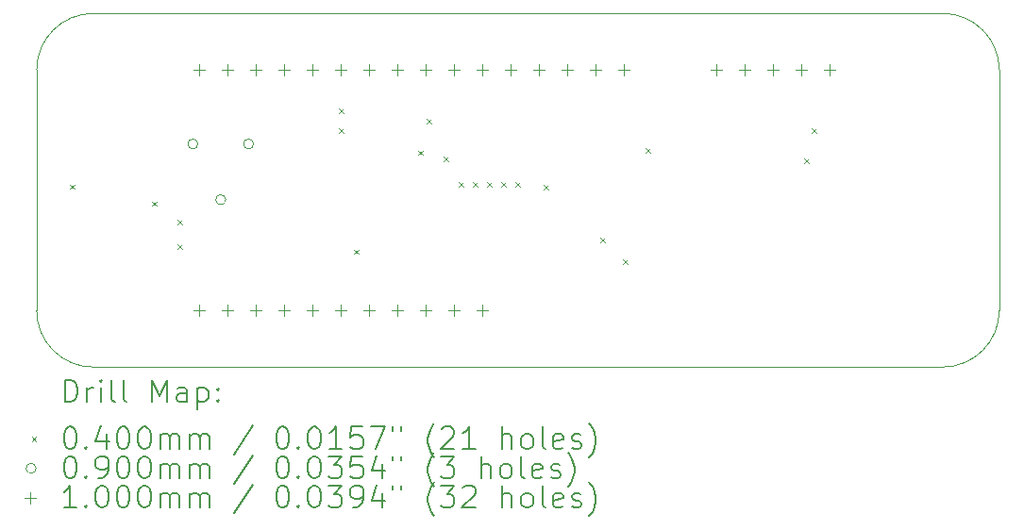
<source format=gbr>
%TF.GenerationSoftware,KiCad,Pcbnew,(6.0.7)*%
%TF.CreationDate,2022-09-26T21:03:58+02:00*%
%TF.ProjectId,LcdResolver,4c636452-6573-46f6-9c76-65722e6b6963,0*%
%TF.SameCoordinates,Original*%
%TF.FileFunction,Drillmap*%
%TF.FilePolarity,Positive*%
%FSLAX45Y45*%
G04 Gerber Fmt 4.5, Leading zero omitted, Abs format (unit mm)*
G04 Created by KiCad (PCBNEW (6.0.7)) date 2022-09-26 21:03:58*
%MOMM*%
%LPD*%
G01*
G04 APERTURE LIST*
%ADD10C,0.100000*%
%ADD11C,0.200000*%
%ADD12C,0.040000*%
%ADD13C,0.090000*%
G04 APERTURE END LIST*
D10*
X18262600Y-8488800D02*
G75*
G03*
X17754600Y-7980800I-508000J0D01*
G01*
X10134600Y-11155800D02*
X17754600Y-11155800D01*
X9626600Y-10647800D02*
G75*
G03*
X10134600Y-11155800I508000J0D01*
G01*
X18262600Y-8488800D02*
X18262600Y-10647800D01*
X10134600Y-7980800D02*
G75*
G03*
X9626600Y-8488800I0J-508000D01*
G01*
X10134600Y-7980800D02*
X17754600Y-7980800D01*
X17754600Y-11155800D02*
G75*
G03*
X18262600Y-10647800I0J508000D01*
G01*
X9626600Y-8488800D02*
X9626600Y-10647800D01*
D11*
D12*
X9924100Y-9517700D02*
X9964100Y-9557700D01*
X9964100Y-9517700D02*
X9924100Y-9557700D01*
X10660700Y-9670100D02*
X10700700Y-9710100D01*
X10700700Y-9670100D02*
X10660700Y-9710100D01*
X10889300Y-9835200D02*
X10929300Y-9875200D01*
X10929300Y-9835200D02*
X10889300Y-9875200D01*
X10889300Y-10052350D02*
X10929300Y-10092350D01*
X10929300Y-10052350D02*
X10889300Y-10092350D01*
X12337100Y-8837100D02*
X12377100Y-8877100D01*
X12377100Y-8837100D02*
X12337100Y-8877100D01*
X12337100Y-9014900D02*
X12377100Y-9054900D01*
X12377100Y-9014900D02*
X12337100Y-9054900D01*
X12476800Y-10101900D02*
X12516800Y-10141900D01*
X12516800Y-10101900D02*
X12476800Y-10141900D01*
X13048300Y-9212900D02*
X13088300Y-9252900D01*
X13088300Y-9212900D02*
X13048300Y-9252900D01*
X13124500Y-8926000D02*
X13164500Y-8966000D01*
X13164500Y-8926000D02*
X13124500Y-8966000D01*
X13276900Y-9268900D02*
X13316900Y-9308900D01*
X13316900Y-9268900D02*
X13276900Y-9308900D01*
X13416600Y-9497500D02*
X13456600Y-9537500D01*
X13456600Y-9497500D02*
X13416600Y-9537500D01*
X13543600Y-9497500D02*
X13583600Y-9537500D01*
X13583600Y-9497500D02*
X13543600Y-9537500D01*
X13670600Y-9497500D02*
X13710600Y-9537500D01*
X13710600Y-9497500D02*
X13670600Y-9537500D01*
X13797600Y-9497500D02*
X13837600Y-9537500D01*
X13837600Y-9497500D02*
X13797600Y-9537500D01*
X13924600Y-9497500D02*
X13964600Y-9537500D01*
X13964600Y-9497500D02*
X13924600Y-9537500D01*
X14178600Y-9522900D02*
X14218600Y-9562900D01*
X14218600Y-9522900D02*
X14178600Y-9562900D01*
X14686600Y-9992800D02*
X14726600Y-10032800D01*
X14726600Y-9992800D02*
X14686600Y-10032800D01*
X14885648Y-10191848D02*
X14925648Y-10231848D01*
X14925648Y-10191848D02*
X14885648Y-10231848D01*
X15093000Y-9192700D02*
X15133000Y-9232700D01*
X15133000Y-9192700D02*
X15093000Y-9232700D01*
X16515400Y-9281600D02*
X16555400Y-9321600D01*
X16555400Y-9281600D02*
X16515400Y-9321600D01*
X16578900Y-9014900D02*
X16618900Y-9054900D01*
X16618900Y-9014900D02*
X16578900Y-9054900D01*
D13*
X11072600Y-9153200D02*
G75*
G03*
X11072600Y-9153200I-45000J0D01*
G01*
X11322600Y-9653200D02*
G75*
G03*
X11322600Y-9653200I-45000J0D01*
G01*
X11572600Y-9153200D02*
G75*
G03*
X11572600Y-9153200I-45000J0D01*
G01*
D10*
X11087100Y-8438800D02*
X11087100Y-8538800D01*
X11037100Y-8488800D02*
X11137100Y-8488800D01*
X11087100Y-10597800D02*
X11087100Y-10697800D01*
X11037100Y-10647800D02*
X11137100Y-10647800D01*
X11341100Y-8438800D02*
X11341100Y-8538800D01*
X11291100Y-8488800D02*
X11391100Y-8488800D01*
X11341100Y-10597800D02*
X11341100Y-10697800D01*
X11291100Y-10647800D02*
X11391100Y-10647800D01*
X11595100Y-8438800D02*
X11595100Y-8538800D01*
X11545100Y-8488800D02*
X11645100Y-8488800D01*
X11595100Y-10597800D02*
X11595100Y-10697800D01*
X11545100Y-10647800D02*
X11645100Y-10647800D01*
X11849100Y-8438800D02*
X11849100Y-8538800D01*
X11799100Y-8488800D02*
X11899100Y-8488800D01*
X11849100Y-10597800D02*
X11849100Y-10697800D01*
X11799100Y-10647800D02*
X11899100Y-10647800D01*
X12103100Y-8438800D02*
X12103100Y-8538800D01*
X12053100Y-8488800D02*
X12153100Y-8488800D01*
X12103100Y-10597800D02*
X12103100Y-10697800D01*
X12053100Y-10647800D02*
X12153100Y-10647800D01*
X12357100Y-8438800D02*
X12357100Y-8538800D01*
X12307100Y-8488800D02*
X12407100Y-8488800D01*
X12357100Y-10597800D02*
X12357100Y-10697800D01*
X12307100Y-10647800D02*
X12407100Y-10647800D01*
X12611100Y-8438800D02*
X12611100Y-8538800D01*
X12561100Y-8488800D02*
X12661100Y-8488800D01*
X12611100Y-10597800D02*
X12611100Y-10697800D01*
X12561100Y-10647800D02*
X12661100Y-10647800D01*
X12865100Y-8438800D02*
X12865100Y-8538800D01*
X12815100Y-8488800D02*
X12915100Y-8488800D01*
X12865100Y-10597800D02*
X12865100Y-10697800D01*
X12815100Y-10647800D02*
X12915100Y-10647800D01*
X13119100Y-8438800D02*
X13119100Y-8538800D01*
X13069100Y-8488800D02*
X13169100Y-8488800D01*
X13119100Y-10597800D02*
X13119100Y-10697800D01*
X13069100Y-10647800D02*
X13169100Y-10647800D01*
X13373100Y-8438800D02*
X13373100Y-8538800D01*
X13323100Y-8488800D02*
X13423100Y-8488800D01*
X13373100Y-10597800D02*
X13373100Y-10697800D01*
X13323100Y-10647800D02*
X13423100Y-10647800D01*
X13627100Y-8438800D02*
X13627100Y-8538800D01*
X13577100Y-8488800D02*
X13677100Y-8488800D01*
X13627100Y-10597800D02*
X13627100Y-10697800D01*
X13577100Y-10647800D02*
X13677100Y-10647800D01*
X13881100Y-8438800D02*
X13881100Y-8538800D01*
X13831100Y-8488800D02*
X13931100Y-8488800D01*
X14135100Y-8438800D02*
X14135100Y-8538800D01*
X14085100Y-8488800D02*
X14185100Y-8488800D01*
X14389100Y-8438800D02*
X14389100Y-8538800D01*
X14339100Y-8488800D02*
X14439100Y-8488800D01*
X14643100Y-8438800D02*
X14643100Y-8538800D01*
X14593100Y-8488800D02*
X14693100Y-8488800D01*
X14897100Y-8438800D02*
X14897100Y-8538800D01*
X14847100Y-8488800D02*
X14947100Y-8488800D01*
X15722600Y-8438800D02*
X15722600Y-8538800D01*
X15672600Y-8488800D02*
X15772600Y-8488800D01*
X15976600Y-8438800D02*
X15976600Y-8538800D01*
X15926600Y-8488800D02*
X16026600Y-8488800D01*
X16230600Y-8438800D02*
X16230600Y-8538800D01*
X16180600Y-8488800D02*
X16280600Y-8488800D01*
X16484600Y-8438800D02*
X16484600Y-8538800D01*
X16434600Y-8488800D02*
X16534600Y-8488800D01*
X16738600Y-8438800D02*
X16738600Y-8538800D01*
X16688600Y-8488800D02*
X16788600Y-8488800D01*
D11*
X9879219Y-11471276D02*
X9879219Y-11271276D01*
X9926838Y-11271276D01*
X9955410Y-11280800D01*
X9974457Y-11299848D01*
X9983981Y-11318895D01*
X9993505Y-11356990D01*
X9993505Y-11385562D01*
X9983981Y-11423657D01*
X9974457Y-11442705D01*
X9955410Y-11461752D01*
X9926838Y-11471276D01*
X9879219Y-11471276D01*
X10079219Y-11471276D02*
X10079219Y-11337943D01*
X10079219Y-11376038D02*
X10088743Y-11356990D01*
X10098267Y-11347467D01*
X10117314Y-11337943D01*
X10136362Y-11337943D01*
X10203029Y-11471276D02*
X10203029Y-11337943D01*
X10203029Y-11271276D02*
X10193505Y-11280800D01*
X10203029Y-11290324D01*
X10212552Y-11280800D01*
X10203029Y-11271276D01*
X10203029Y-11290324D01*
X10326838Y-11471276D02*
X10307790Y-11461752D01*
X10298267Y-11442705D01*
X10298267Y-11271276D01*
X10431600Y-11471276D02*
X10412552Y-11461752D01*
X10403029Y-11442705D01*
X10403029Y-11271276D01*
X10660171Y-11471276D02*
X10660171Y-11271276D01*
X10726838Y-11414133D01*
X10793505Y-11271276D01*
X10793505Y-11471276D01*
X10974457Y-11471276D02*
X10974457Y-11366514D01*
X10964933Y-11347467D01*
X10945886Y-11337943D01*
X10907790Y-11337943D01*
X10888743Y-11347467D01*
X10974457Y-11461752D02*
X10955410Y-11471276D01*
X10907790Y-11471276D01*
X10888743Y-11461752D01*
X10879219Y-11442705D01*
X10879219Y-11423657D01*
X10888743Y-11404609D01*
X10907790Y-11395086D01*
X10955410Y-11395086D01*
X10974457Y-11385562D01*
X11069695Y-11337943D02*
X11069695Y-11537943D01*
X11069695Y-11347467D02*
X11088743Y-11337943D01*
X11126838Y-11337943D01*
X11145886Y-11347467D01*
X11155410Y-11356990D01*
X11164933Y-11376038D01*
X11164933Y-11433181D01*
X11155410Y-11452228D01*
X11145886Y-11461752D01*
X11126838Y-11471276D01*
X11088743Y-11471276D01*
X11069695Y-11461752D01*
X11250648Y-11452228D02*
X11260171Y-11461752D01*
X11250648Y-11471276D01*
X11241124Y-11461752D01*
X11250648Y-11452228D01*
X11250648Y-11471276D01*
X11250648Y-11347467D02*
X11260171Y-11356990D01*
X11250648Y-11366514D01*
X11241124Y-11356990D01*
X11250648Y-11347467D01*
X11250648Y-11366514D01*
D12*
X9581600Y-11780800D02*
X9621600Y-11820800D01*
X9621600Y-11780800D02*
X9581600Y-11820800D01*
D11*
X9917314Y-11691276D02*
X9936362Y-11691276D01*
X9955410Y-11700800D01*
X9964933Y-11710324D01*
X9974457Y-11729371D01*
X9983981Y-11767467D01*
X9983981Y-11815086D01*
X9974457Y-11853181D01*
X9964933Y-11872228D01*
X9955410Y-11881752D01*
X9936362Y-11891276D01*
X9917314Y-11891276D01*
X9898267Y-11881752D01*
X9888743Y-11872228D01*
X9879219Y-11853181D01*
X9869695Y-11815086D01*
X9869695Y-11767467D01*
X9879219Y-11729371D01*
X9888743Y-11710324D01*
X9898267Y-11700800D01*
X9917314Y-11691276D01*
X10069695Y-11872228D02*
X10079219Y-11881752D01*
X10069695Y-11891276D01*
X10060171Y-11881752D01*
X10069695Y-11872228D01*
X10069695Y-11891276D01*
X10250648Y-11757943D02*
X10250648Y-11891276D01*
X10203029Y-11681752D02*
X10155410Y-11824609D01*
X10279219Y-11824609D01*
X10393505Y-11691276D02*
X10412552Y-11691276D01*
X10431600Y-11700800D01*
X10441124Y-11710324D01*
X10450648Y-11729371D01*
X10460171Y-11767467D01*
X10460171Y-11815086D01*
X10450648Y-11853181D01*
X10441124Y-11872228D01*
X10431600Y-11881752D01*
X10412552Y-11891276D01*
X10393505Y-11891276D01*
X10374457Y-11881752D01*
X10364933Y-11872228D01*
X10355410Y-11853181D01*
X10345886Y-11815086D01*
X10345886Y-11767467D01*
X10355410Y-11729371D01*
X10364933Y-11710324D01*
X10374457Y-11700800D01*
X10393505Y-11691276D01*
X10583981Y-11691276D02*
X10603029Y-11691276D01*
X10622076Y-11700800D01*
X10631600Y-11710324D01*
X10641124Y-11729371D01*
X10650648Y-11767467D01*
X10650648Y-11815086D01*
X10641124Y-11853181D01*
X10631600Y-11872228D01*
X10622076Y-11881752D01*
X10603029Y-11891276D01*
X10583981Y-11891276D01*
X10564933Y-11881752D01*
X10555410Y-11872228D01*
X10545886Y-11853181D01*
X10536362Y-11815086D01*
X10536362Y-11767467D01*
X10545886Y-11729371D01*
X10555410Y-11710324D01*
X10564933Y-11700800D01*
X10583981Y-11691276D01*
X10736362Y-11891276D02*
X10736362Y-11757943D01*
X10736362Y-11776990D02*
X10745886Y-11767467D01*
X10764933Y-11757943D01*
X10793505Y-11757943D01*
X10812552Y-11767467D01*
X10822076Y-11786514D01*
X10822076Y-11891276D01*
X10822076Y-11786514D02*
X10831600Y-11767467D01*
X10850648Y-11757943D01*
X10879219Y-11757943D01*
X10898267Y-11767467D01*
X10907790Y-11786514D01*
X10907790Y-11891276D01*
X11003029Y-11891276D02*
X11003029Y-11757943D01*
X11003029Y-11776990D02*
X11012552Y-11767467D01*
X11031600Y-11757943D01*
X11060171Y-11757943D01*
X11079219Y-11767467D01*
X11088743Y-11786514D01*
X11088743Y-11891276D01*
X11088743Y-11786514D02*
X11098267Y-11767467D01*
X11117314Y-11757943D01*
X11145886Y-11757943D01*
X11164933Y-11767467D01*
X11174457Y-11786514D01*
X11174457Y-11891276D01*
X11564933Y-11681752D02*
X11393505Y-11938895D01*
X11822076Y-11691276D02*
X11841124Y-11691276D01*
X11860171Y-11700800D01*
X11869695Y-11710324D01*
X11879219Y-11729371D01*
X11888743Y-11767467D01*
X11888743Y-11815086D01*
X11879219Y-11853181D01*
X11869695Y-11872228D01*
X11860171Y-11881752D01*
X11841124Y-11891276D01*
X11822076Y-11891276D01*
X11803028Y-11881752D01*
X11793505Y-11872228D01*
X11783981Y-11853181D01*
X11774457Y-11815086D01*
X11774457Y-11767467D01*
X11783981Y-11729371D01*
X11793505Y-11710324D01*
X11803028Y-11700800D01*
X11822076Y-11691276D01*
X11974457Y-11872228D02*
X11983981Y-11881752D01*
X11974457Y-11891276D01*
X11964933Y-11881752D01*
X11974457Y-11872228D01*
X11974457Y-11891276D01*
X12107790Y-11691276D02*
X12126838Y-11691276D01*
X12145886Y-11700800D01*
X12155409Y-11710324D01*
X12164933Y-11729371D01*
X12174457Y-11767467D01*
X12174457Y-11815086D01*
X12164933Y-11853181D01*
X12155409Y-11872228D01*
X12145886Y-11881752D01*
X12126838Y-11891276D01*
X12107790Y-11891276D01*
X12088743Y-11881752D01*
X12079219Y-11872228D01*
X12069695Y-11853181D01*
X12060171Y-11815086D01*
X12060171Y-11767467D01*
X12069695Y-11729371D01*
X12079219Y-11710324D01*
X12088743Y-11700800D01*
X12107790Y-11691276D01*
X12364933Y-11891276D02*
X12250648Y-11891276D01*
X12307790Y-11891276D02*
X12307790Y-11691276D01*
X12288743Y-11719848D01*
X12269695Y-11738895D01*
X12250648Y-11748419D01*
X12545886Y-11691276D02*
X12450648Y-11691276D01*
X12441124Y-11786514D01*
X12450648Y-11776990D01*
X12469695Y-11767467D01*
X12517314Y-11767467D01*
X12536362Y-11776990D01*
X12545886Y-11786514D01*
X12555409Y-11805562D01*
X12555409Y-11853181D01*
X12545886Y-11872228D01*
X12536362Y-11881752D01*
X12517314Y-11891276D01*
X12469695Y-11891276D01*
X12450648Y-11881752D01*
X12441124Y-11872228D01*
X12622076Y-11691276D02*
X12755409Y-11691276D01*
X12669695Y-11891276D01*
X12822076Y-11691276D02*
X12822076Y-11729371D01*
X12898267Y-11691276D02*
X12898267Y-11729371D01*
X13193505Y-11967467D02*
X13183981Y-11957943D01*
X13164933Y-11929371D01*
X13155409Y-11910324D01*
X13145886Y-11881752D01*
X13136362Y-11834133D01*
X13136362Y-11796038D01*
X13145886Y-11748419D01*
X13155409Y-11719848D01*
X13164933Y-11700800D01*
X13183981Y-11672228D01*
X13193505Y-11662705D01*
X13260171Y-11710324D02*
X13269695Y-11700800D01*
X13288743Y-11691276D01*
X13336362Y-11691276D01*
X13355409Y-11700800D01*
X13364933Y-11710324D01*
X13374457Y-11729371D01*
X13374457Y-11748419D01*
X13364933Y-11776990D01*
X13250648Y-11891276D01*
X13374457Y-11891276D01*
X13564933Y-11891276D02*
X13450648Y-11891276D01*
X13507790Y-11891276D02*
X13507790Y-11691276D01*
X13488743Y-11719848D01*
X13469695Y-11738895D01*
X13450648Y-11748419D01*
X13803028Y-11891276D02*
X13803028Y-11691276D01*
X13888743Y-11891276D02*
X13888743Y-11786514D01*
X13879219Y-11767467D01*
X13860171Y-11757943D01*
X13831600Y-11757943D01*
X13812552Y-11767467D01*
X13803028Y-11776990D01*
X14012552Y-11891276D02*
X13993505Y-11881752D01*
X13983981Y-11872228D01*
X13974457Y-11853181D01*
X13974457Y-11796038D01*
X13983981Y-11776990D01*
X13993505Y-11767467D01*
X14012552Y-11757943D01*
X14041124Y-11757943D01*
X14060171Y-11767467D01*
X14069695Y-11776990D01*
X14079219Y-11796038D01*
X14079219Y-11853181D01*
X14069695Y-11872228D01*
X14060171Y-11881752D01*
X14041124Y-11891276D01*
X14012552Y-11891276D01*
X14193505Y-11891276D02*
X14174457Y-11881752D01*
X14164933Y-11862705D01*
X14164933Y-11691276D01*
X14345886Y-11881752D02*
X14326838Y-11891276D01*
X14288743Y-11891276D01*
X14269695Y-11881752D01*
X14260171Y-11862705D01*
X14260171Y-11786514D01*
X14269695Y-11767467D01*
X14288743Y-11757943D01*
X14326838Y-11757943D01*
X14345886Y-11767467D01*
X14355409Y-11786514D01*
X14355409Y-11805562D01*
X14260171Y-11824609D01*
X14431600Y-11881752D02*
X14450648Y-11891276D01*
X14488743Y-11891276D01*
X14507790Y-11881752D01*
X14517314Y-11862705D01*
X14517314Y-11853181D01*
X14507790Y-11834133D01*
X14488743Y-11824609D01*
X14460171Y-11824609D01*
X14441124Y-11815086D01*
X14431600Y-11796038D01*
X14431600Y-11786514D01*
X14441124Y-11767467D01*
X14460171Y-11757943D01*
X14488743Y-11757943D01*
X14507790Y-11767467D01*
X14583981Y-11967467D02*
X14593505Y-11957943D01*
X14612552Y-11929371D01*
X14622076Y-11910324D01*
X14631600Y-11881752D01*
X14641124Y-11834133D01*
X14641124Y-11796038D01*
X14631600Y-11748419D01*
X14622076Y-11719848D01*
X14612552Y-11700800D01*
X14593505Y-11672228D01*
X14583981Y-11662705D01*
D13*
X9621600Y-12064800D02*
G75*
G03*
X9621600Y-12064800I-45000J0D01*
G01*
D11*
X9917314Y-11955276D02*
X9936362Y-11955276D01*
X9955410Y-11964800D01*
X9964933Y-11974324D01*
X9974457Y-11993371D01*
X9983981Y-12031467D01*
X9983981Y-12079086D01*
X9974457Y-12117181D01*
X9964933Y-12136228D01*
X9955410Y-12145752D01*
X9936362Y-12155276D01*
X9917314Y-12155276D01*
X9898267Y-12145752D01*
X9888743Y-12136228D01*
X9879219Y-12117181D01*
X9869695Y-12079086D01*
X9869695Y-12031467D01*
X9879219Y-11993371D01*
X9888743Y-11974324D01*
X9898267Y-11964800D01*
X9917314Y-11955276D01*
X10069695Y-12136228D02*
X10079219Y-12145752D01*
X10069695Y-12155276D01*
X10060171Y-12145752D01*
X10069695Y-12136228D01*
X10069695Y-12155276D01*
X10174457Y-12155276D02*
X10212552Y-12155276D01*
X10231600Y-12145752D01*
X10241124Y-12136228D01*
X10260171Y-12107657D01*
X10269695Y-12069562D01*
X10269695Y-11993371D01*
X10260171Y-11974324D01*
X10250648Y-11964800D01*
X10231600Y-11955276D01*
X10193505Y-11955276D01*
X10174457Y-11964800D01*
X10164933Y-11974324D01*
X10155410Y-11993371D01*
X10155410Y-12040990D01*
X10164933Y-12060038D01*
X10174457Y-12069562D01*
X10193505Y-12079086D01*
X10231600Y-12079086D01*
X10250648Y-12069562D01*
X10260171Y-12060038D01*
X10269695Y-12040990D01*
X10393505Y-11955276D02*
X10412552Y-11955276D01*
X10431600Y-11964800D01*
X10441124Y-11974324D01*
X10450648Y-11993371D01*
X10460171Y-12031467D01*
X10460171Y-12079086D01*
X10450648Y-12117181D01*
X10441124Y-12136228D01*
X10431600Y-12145752D01*
X10412552Y-12155276D01*
X10393505Y-12155276D01*
X10374457Y-12145752D01*
X10364933Y-12136228D01*
X10355410Y-12117181D01*
X10345886Y-12079086D01*
X10345886Y-12031467D01*
X10355410Y-11993371D01*
X10364933Y-11974324D01*
X10374457Y-11964800D01*
X10393505Y-11955276D01*
X10583981Y-11955276D02*
X10603029Y-11955276D01*
X10622076Y-11964800D01*
X10631600Y-11974324D01*
X10641124Y-11993371D01*
X10650648Y-12031467D01*
X10650648Y-12079086D01*
X10641124Y-12117181D01*
X10631600Y-12136228D01*
X10622076Y-12145752D01*
X10603029Y-12155276D01*
X10583981Y-12155276D01*
X10564933Y-12145752D01*
X10555410Y-12136228D01*
X10545886Y-12117181D01*
X10536362Y-12079086D01*
X10536362Y-12031467D01*
X10545886Y-11993371D01*
X10555410Y-11974324D01*
X10564933Y-11964800D01*
X10583981Y-11955276D01*
X10736362Y-12155276D02*
X10736362Y-12021943D01*
X10736362Y-12040990D02*
X10745886Y-12031467D01*
X10764933Y-12021943D01*
X10793505Y-12021943D01*
X10812552Y-12031467D01*
X10822076Y-12050514D01*
X10822076Y-12155276D01*
X10822076Y-12050514D02*
X10831600Y-12031467D01*
X10850648Y-12021943D01*
X10879219Y-12021943D01*
X10898267Y-12031467D01*
X10907790Y-12050514D01*
X10907790Y-12155276D01*
X11003029Y-12155276D02*
X11003029Y-12021943D01*
X11003029Y-12040990D02*
X11012552Y-12031467D01*
X11031600Y-12021943D01*
X11060171Y-12021943D01*
X11079219Y-12031467D01*
X11088743Y-12050514D01*
X11088743Y-12155276D01*
X11088743Y-12050514D02*
X11098267Y-12031467D01*
X11117314Y-12021943D01*
X11145886Y-12021943D01*
X11164933Y-12031467D01*
X11174457Y-12050514D01*
X11174457Y-12155276D01*
X11564933Y-11945752D02*
X11393505Y-12202895D01*
X11822076Y-11955276D02*
X11841124Y-11955276D01*
X11860171Y-11964800D01*
X11869695Y-11974324D01*
X11879219Y-11993371D01*
X11888743Y-12031467D01*
X11888743Y-12079086D01*
X11879219Y-12117181D01*
X11869695Y-12136228D01*
X11860171Y-12145752D01*
X11841124Y-12155276D01*
X11822076Y-12155276D01*
X11803028Y-12145752D01*
X11793505Y-12136228D01*
X11783981Y-12117181D01*
X11774457Y-12079086D01*
X11774457Y-12031467D01*
X11783981Y-11993371D01*
X11793505Y-11974324D01*
X11803028Y-11964800D01*
X11822076Y-11955276D01*
X11974457Y-12136228D02*
X11983981Y-12145752D01*
X11974457Y-12155276D01*
X11964933Y-12145752D01*
X11974457Y-12136228D01*
X11974457Y-12155276D01*
X12107790Y-11955276D02*
X12126838Y-11955276D01*
X12145886Y-11964800D01*
X12155409Y-11974324D01*
X12164933Y-11993371D01*
X12174457Y-12031467D01*
X12174457Y-12079086D01*
X12164933Y-12117181D01*
X12155409Y-12136228D01*
X12145886Y-12145752D01*
X12126838Y-12155276D01*
X12107790Y-12155276D01*
X12088743Y-12145752D01*
X12079219Y-12136228D01*
X12069695Y-12117181D01*
X12060171Y-12079086D01*
X12060171Y-12031467D01*
X12069695Y-11993371D01*
X12079219Y-11974324D01*
X12088743Y-11964800D01*
X12107790Y-11955276D01*
X12241124Y-11955276D02*
X12364933Y-11955276D01*
X12298267Y-12031467D01*
X12326838Y-12031467D01*
X12345886Y-12040990D01*
X12355409Y-12050514D01*
X12364933Y-12069562D01*
X12364933Y-12117181D01*
X12355409Y-12136228D01*
X12345886Y-12145752D01*
X12326838Y-12155276D01*
X12269695Y-12155276D01*
X12250648Y-12145752D01*
X12241124Y-12136228D01*
X12545886Y-11955276D02*
X12450648Y-11955276D01*
X12441124Y-12050514D01*
X12450648Y-12040990D01*
X12469695Y-12031467D01*
X12517314Y-12031467D01*
X12536362Y-12040990D01*
X12545886Y-12050514D01*
X12555409Y-12069562D01*
X12555409Y-12117181D01*
X12545886Y-12136228D01*
X12536362Y-12145752D01*
X12517314Y-12155276D01*
X12469695Y-12155276D01*
X12450648Y-12145752D01*
X12441124Y-12136228D01*
X12726838Y-12021943D02*
X12726838Y-12155276D01*
X12679219Y-11945752D02*
X12631600Y-12088609D01*
X12755409Y-12088609D01*
X12822076Y-11955276D02*
X12822076Y-11993371D01*
X12898267Y-11955276D02*
X12898267Y-11993371D01*
X13193505Y-12231467D02*
X13183981Y-12221943D01*
X13164933Y-12193371D01*
X13155409Y-12174324D01*
X13145886Y-12145752D01*
X13136362Y-12098133D01*
X13136362Y-12060038D01*
X13145886Y-12012419D01*
X13155409Y-11983848D01*
X13164933Y-11964800D01*
X13183981Y-11936228D01*
X13193505Y-11926705D01*
X13250648Y-11955276D02*
X13374457Y-11955276D01*
X13307790Y-12031467D01*
X13336362Y-12031467D01*
X13355409Y-12040990D01*
X13364933Y-12050514D01*
X13374457Y-12069562D01*
X13374457Y-12117181D01*
X13364933Y-12136228D01*
X13355409Y-12145752D01*
X13336362Y-12155276D01*
X13279219Y-12155276D01*
X13260171Y-12145752D01*
X13250648Y-12136228D01*
X13612552Y-12155276D02*
X13612552Y-11955276D01*
X13698267Y-12155276D02*
X13698267Y-12050514D01*
X13688743Y-12031467D01*
X13669695Y-12021943D01*
X13641124Y-12021943D01*
X13622076Y-12031467D01*
X13612552Y-12040990D01*
X13822076Y-12155276D02*
X13803028Y-12145752D01*
X13793505Y-12136228D01*
X13783981Y-12117181D01*
X13783981Y-12060038D01*
X13793505Y-12040990D01*
X13803028Y-12031467D01*
X13822076Y-12021943D01*
X13850648Y-12021943D01*
X13869695Y-12031467D01*
X13879219Y-12040990D01*
X13888743Y-12060038D01*
X13888743Y-12117181D01*
X13879219Y-12136228D01*
X13869695Y-12145752D01*
X13850648Y-12155276D01*
X13822076Y-12155276D01*
X14003028Y-12155276D02*
X13983981Y-12145752D01*
X13974457Y-12126705D01*
X13974457Y-11955276D01*
X14155409Y-12145752D02*
X14136362Y-12155276D01*
X14098267Y-12155276D01*
X14079219Y-12145752D01*
X14069695Y-12126705D01*
X14069695Y-12050514D01*
X14079219Y-12031467D01*
X14098267Y-12021943D01*
X14136362Y-12021943D01*
X14155409Y-12031467D01*
X14164933Y-12050514D01*
X14164933Y-12069562D01*
X14069695Y-12088609D01*
X14241124Y-12145752D02*
X14260171Y-12155276D01*
X14298267Y-12155276D01*
X14317314Y-12145752D01*
X14326838Y-12126705D01*
X14326838Y-12117181D01*
X14317314Y-12098133D01*
X14298267Y-12088609D01*
X14269695Y-12088609D01*
X14250648Y-12079086D01*
X14241124Y-12060038D01*
X14241124Y-12050514D01*
X14250648Y-12031467D01*
X14269695Y-12021943D01*
X14298267Y-12021943D01*
X14317314Y-12031467D01*
X14393505Y-12231467D02*
X14403028Y-12221943D01*
X14422076Y-12193371D01*
X14431600Y-12174324D01*
X14441124Y-12145752D01*
X14450648Y-12098133D01*
X14450648Y-12060038D01*
X14441124Y-12012419D01*
X14431600Y-11983848D01*
X14422076Y-11964800D01*
X14403028Y-11936228D01*
X14393505Y-11926705D01*
D10*
X9571600Y-12278800D02*
X9571600Y-12378800D01*
X9521600Y-12328800D02*
X9621600Y-12328800D01*
D11*
X9983981Y-12419276D02*
X9869695Y-12419276D01*
X9926838Y-12419276D02*
X9926838Y-12219276D01*
X9907790Y-12247848D01*
X9888743Y-12266895D01*
X9869695Y-12276419D01*
X10069695Y-12400228D02*
X10079219Y-12409752D01*
X10069695Y-12419276D01*
X10060171Y-12409752D01*
X10069695Y-12400228D01*
X10069695Y-12419276D01*
X10203029Y-12219276D02*
X10222076Y-12219276D01*
X10241124Y-12228800D01*
X10250648Y-12238324D01*
X10260171Y-12257371D01*
X10269695Y-12295467D01*
X10269695Y-12343086D01*
X10260171Y-12381181D01*
X10250648Y-12400228D01*
X10241124Y-12409752D01*
X10222076Y-12419276D01*
X10203029Y-12419276D01*
X10183981Y-12409752D01*
X10174457Y-12400228D01*
X10164933Y-12381181D01*
X10155410Y-12343086D01*
X10155410Y-12295467D01*
X10164933Y-12257371D01*
X10174457Y-12238324D01*
X10183981Y-12228800D01*
X10203029Y-12219276D01*
X10393505Y-12219276D02*
X10412552Y-12219276D01*
X10431600Y-12228800D01*
X10441124Y-12238324D01*
X10450648Y-12257371D01*
X10460171Y-12295467D01*
X10460171Y-12343086D01*
X10450648Y-12381181D01*
X10441124Y-12400228D01*
X10431600Y-12409752D01*
X10412552Y-12419276D01*
X10393505Y-12419276D01*
X10374457Y-12409752D01*
X10364933Y-12400228D01*
X10355410Y-12381181D01*
X10345886Y-12343086D01*
X10345886Y-12295467D01*
X10355410Y-12257371D01*
X10364933Y-12238324D01*
X10374457Y-12228800D01*
X10393505Y-12219276D01*
X10583981Y-12219276D02*
X10603029Y-12219276D01*
X10622076Y-12228800D01*
X10631600Y-12238324D01*
X10641124Y-12257371D01*
X10650648Y-12295467D01*
X10650648Y-12343086D01*
X10641124Y-12381181D01*
X10631600Y-12400228D01*
X10622076Y-12409752D01*
X10603029Y-12419276D01*
X10583981Y-12419276D01*
X10564933Y-12409752D01*
X10555410Y-12400228D01*
X10545886Y-12381181D01*
X10536362Y-12343086D01*
X10536362Y-12295467D01*
X10545886Y-12257371D01*
X10555410Y-12238324D01*
X10564933Y-12228800D01*
X10583981Y-12219276D01*
X10736362Y-12419276D02*
X10736362Y-12285943D01*
X10736362Y-12304990D02*
X10745886Y-12295467D01*
X10764933Y-12285943D01*
X10793505Y-12285943D01*
X10812552Y-12295467D01*
X10822076Y-12314514D01*
X10822076Y-12419276D01*
X10822076Y-12314514D02*
X10831600Y-12295467D01*
X10850648Y-12285943D01*
X10879219Y-12285943D01*
X10898267Y-12295467D01*
X10907790Y-12314514D01*
X10907790Y-12419276D01*
X11003029Y-12419276D02*
X11003029Y-12285943D01*
X11003029Y-12304990D02*
X11012552Y-12295467D01*
X11031600Y-12285943D01*
X11060171Y-12285943D01*
X11079219Y-12295467D01*
X11088743Y-12314514D01*
X11088743Y-12419276D01*
X11088743Y-12314514D02*
X11098267Y-12295467D01*
X11117314Y-12285943D01*
X11145886Y-12285943D01*
X11164933Y-12295467D01*
X11174457Y-12314514D01*
X11174457Y-12419276D01*
X11564933Y-12209752D02*
X11393505Y-12466895D01*
X11822076Y-12219276D02*
X11841124Y-12219276D01*
X11860171Y-12228800D01*
X11869695Y-12238324D01*
X11879219Y-12257371D01*
X11888743Y-12295467D01*
X11888743Y-12343086D01*
X11879219Y-12381181D01*
X11869695Y-12400228D01*
X11860171Y-12409752D01*
X11841124Y-12419276D01*
X11822076Y-12419276D01*
X11803028Y-12409752D01*
X11793505Y-12400228D01*
X11783981Y-12381181D01*
X11774457Y-12343086D01*
X11774457Y-12295467D01*
X11783981Y-12257371D01*
X11793505Y-12238324D01*
X11803028Y-12228800D01*
X11822076Y-12219276D01*
X11974457Y-12400228D02*
X11983981Y-12409752D01*
X11974457Y-12419276D01*
X11964933Y-12409752D01*
X11974457Y-12400228D01*
X11974457Y-12419276D01*
X12107790Y-12219276D02*
X12126838Y-12219276D01*
X12145886Y-12228800D01*
X12155409Y-12238324D01*
X12164933Y-12257371D01*
X12174457Y-12295467D01*
X12174457Y-12343086D01*
X12164933Y-12381181D01*
X12155409Y-12400228D01*
X12145886Y-12409752D01*
X12126838Y-12419276D01*
X12107790Y-12419276D01*
X12088743Y-12409752D01*
X12079219Y-12400228D01*
X12069695Y-12381181D01*
X12060171Y-12343086D01*
X12060171Y-12295467D01*
X12069695Y-12257371D01*
X12079219Y-12238324D01*
X12088743Y-12228800D01*
X12107790Y-12219276D01*
X12241124Y-12219276D02*
X12364933Y-12219276D01*
X12298267Y-12295467D01*
X12326838Y-12295467D01*
X12345886Y-12304990D01*
X12355409Y-12314514D01*
X12364933Y-12333562D01*
X12364933Y-12381181D01*
X12355409Y-12400228D01*
X12345886Y-12409752D01*
X12326838Y-12419276D01*
X12269695Y-12419276D01*
X12250648Y-12409752D01*
X12241124Y-12400228D01*
X12460171Y-12419276D02*
X12498267Y-12419276D01*
X12517314Y-12409752D01*
X12526838Y-12400228D01*
X12545886Y-12371657D01*
X12555409Y-12333562D01*
X12555409Y-12257371D01*
X12545886Y-12238324D01*
X12536362Y-12228800D01*
X12517314Y-12219276D01*
X12479219Y-12219276D01*
X12460171Y-12228800D01*
X12450648Y-12238324D01*
X12441124Y-12257371D01*
X12441124Y-12304990D01*
X12450648Y-12324038D01*
X12460171Y-12333562D01*
X12479219Y-12343086D01*
X12517314Y-12343086D01*
X12536362Y-12333562D01*
X12545886Y-12324038D01*
X12555409Y-12304990D01*
X12726838Y-12285943D02*
X12726838Y-12419276D01*
X12679219Y-12209752D02*
X12631600Y-12352609D01*
X12755409Y-12352609D01*
X12822076Y-12219276D02*
X12822076Y-12257371D01*
X12898267Y-12219276D02*
X12898267Y-12257371D01*
X13193505Y-12495467D02*
X13183981Y-12485943D01*
X13164933Y-12457371D01*
X13155409Y-12438324D01*
X13145886Y-12409752D01*
X13136362Y-12362133D01*
X13136362Y-12324038D01*
X13145886Y-12276419D01*
X13155409Y-12247848D01*
X13164933Y-12228800D01*
X13183981Y-12200228D01*
X13193505Y-12190705D01*
X13250648Y-12219276D02*
X13374457Y-12219276D01*
X13307790Y-12295467D01*
X13336362Y-12295467D01*
X13355409Y-12304990D01*
X13364933Y-12314514D01*
X13374457Y-12333562D01*
X13374457Y-12381181D01*
X13364933Y-12400228D01*
X13355409Y-12409752D01*
X13336362Y-12419276D01*
X13279219Y-12419276D01*
X13260171Y-12409752D01*
X13250648Y-12400228D01*
X13450648Y-12238324D02*
X13460171Y-12228800D01*
X13479219Y-12219276D01*
X13526838Y-12219276D01*
X13545886Y-12228800D01*
X13555409Y-12238324D01*
X13564933Y-12257371D01*
X13564933Y-12276419D01*
X13555409Y-12304990D01*
X13441124Y-12419276D01*
X13564933Y-12419276D01*
X13803028Y-12419276D02*
X13803028Y-12219276D01*
X13888743Y-12419276D02*
X13888743Y-12314514D01*
X13879219Y-12295467D01*
X13860171Y-12285943D01*
X13831600Y-12285943D01*
X13812552Y-12295467D01*
X13803028Y-12304990D01*
X14012552Y-12419276D02*
X13993505Y-12409752D01*
X13983981Y-12400228D01*
X13974457Y-12381181D01*
X13974457Y-12324038D01*
X13983981Y-12304990D01*
X13993505Y-12295467D01*
X14012552Y-12285943D01*
X14041124Y-12285943D01*
X14060171Y-12295467D01*
X14069695Y-12304990D01*
X14079219Y-12324038D01*
X14079219Y-12381181D01*
X14069695Y-12400228D01*
X14060171Y-12409752D01*
X14041124Y-12419276D01*
X14012552Y-12419276D01*
X14193505Y-12419276D02*
X14174457Y-12409752D01*
X14164933Y-12390705D01*
X14164933Y-12219276D01*
X14345886Y-12409752D02*
X14326838Y-12419276D01*
X14288743Y-12419276D01*
X14269695Y-12409752D01*
X14260171Y-12390705D01*
X14260171Y-12314514D01*
X14269695Y-12295467D01*
X14288743Y-12285943D01*
X14326838Y-12285943D01*
X14345886Y-12295467D01*
X14355409Y-12314514D01*
X14355409Y-12333562D01*
X14260171Y-12352609D01*
X14431600Y-12409752D02*
X14450648Y-12419276D01*
X14488743Y-12419276D01*
X14507790Y-12409752D01*
X14517314Y-12390705D01*
X14517314Y-12381181D01*
X14507790Y-12362133D01*
X14488743Y-12352609D01*
X14460171Y-12352609D01*
X14441124Y-12343086D01*
X14431600Y-12324038D01*
X14431600Y-12314514D01*
X14441124Y-12295467D01*
X14460171Y-12285943D01*
X14488743Y-12285943D01*
X14507790Y-12295467D01*
X14583981Y-12495467D02*
X14593505Y-12485943D01*
X14612552Y-12457371D01*
X14622076Y-12438324D01*
X14631600Y-12409752D01*
X14641124Y-12362133D01*
X14641124Y-12324038D01*
X14631600Y-12276419D01*
X14622076Y-12247848D01*
X14612552Y-12228800D01*
X14593505Y-12200228D01*
X14583981Y-12190705D01*
M02*

</source>
